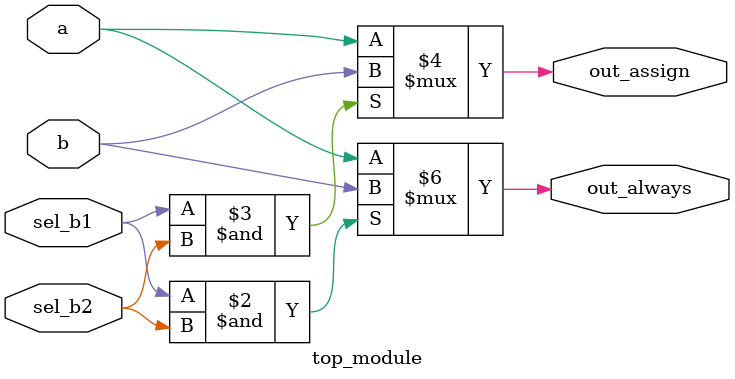
<source format=v>
module top_module(
    input a,
    input b,
    input sel_b1,
    input sel_b2,
    output wire out_assign,
    output reg out_always   ); 
    always @(*)begin
        if(sel_b1&sel_b2)
            out_always=b;
        else
           out_always=a;
    end
    assign out_assign=(sel_b1&sel_b2) ? b:a;
endmodule

</source>
